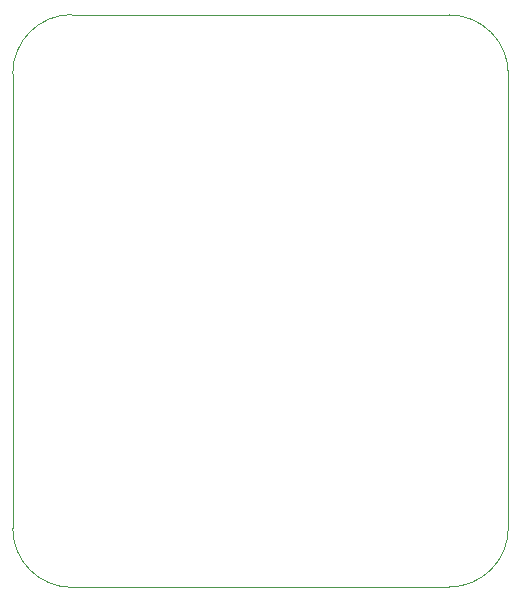
<source format=gbr>
%TF.GenerationSoftware,KiCad,Pcbnew,8.0.5*%
%TF.CreationDate,2024-12-26T12:48:10+03:00*%
%TF.ProjectId,LDR_Project,4c44525f-5072-46f6-9a65-63742e6b6963,rev?*%
%TF.SameCoordinates,Original*%
%TF.FileFunction,Profile,NP*%
%FSLAX46Y46*%
G04 Gerber Fmt 4.6, Leading zero omitted, Abs format (unit mm)*
G04 Created by KiCad (PCBNEW 8.0.5) date 2024-12-26 12:48:10*
%MOMM*%
%LPD*%
G01*
G04 APERTURE LIST*
%TA.AperFunction,Profile*%
%ADD10C,0.050000*%
%TD*%
G04 APERTURE END LIST*
D10*
X147464466Y-60535534D02*
G75*
G02*
X152464466Y-65535534I34J-4999966D01*
G01*
X110500000Y-65500000D02*
X110500000Y-104000000D01*
X115500000Y-109000000D02*
G75*
G02*
X110500000Y-104000000I0J5000000D01*
G01*
X152464466Y-65535534D02*
X152464466Y-103964466D01*
X152464466Y-103964466D02*
G75*
G02*
X147464466Y-108964466I-4999966J-34D01*
G01*
X110500000Y-65500000D02*
G75*
G02*
X115500000Y-60500000I5000000J0D01*
G01*
X115500000Y-60500000D02*
X147464466Y-60535534D01*
X115500000Y-109000000D02*
X147464466Y-108964466D01*
M02*

</source>
